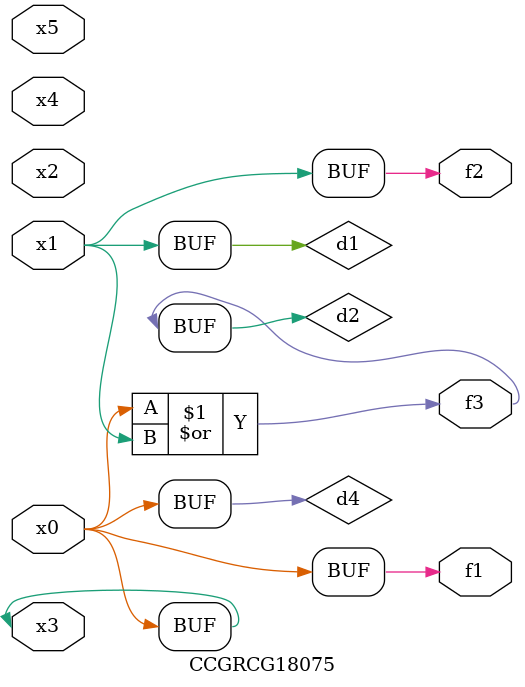
<source format=v>
module CCGRCG18075(
	input x0, x1, x2, x3, x4, x5,
	output f1, f2, f3
);

	wire d1, d2, d3, d4;

	and (d1, x1);
	or (d2, x0, x1);
	nand (d3, x0, x5);
	buf (d4, x0, x3);
	assign f1 = d4;
	assign f2 = d1;
	assign f3 = d2;
endmodule

</source>
